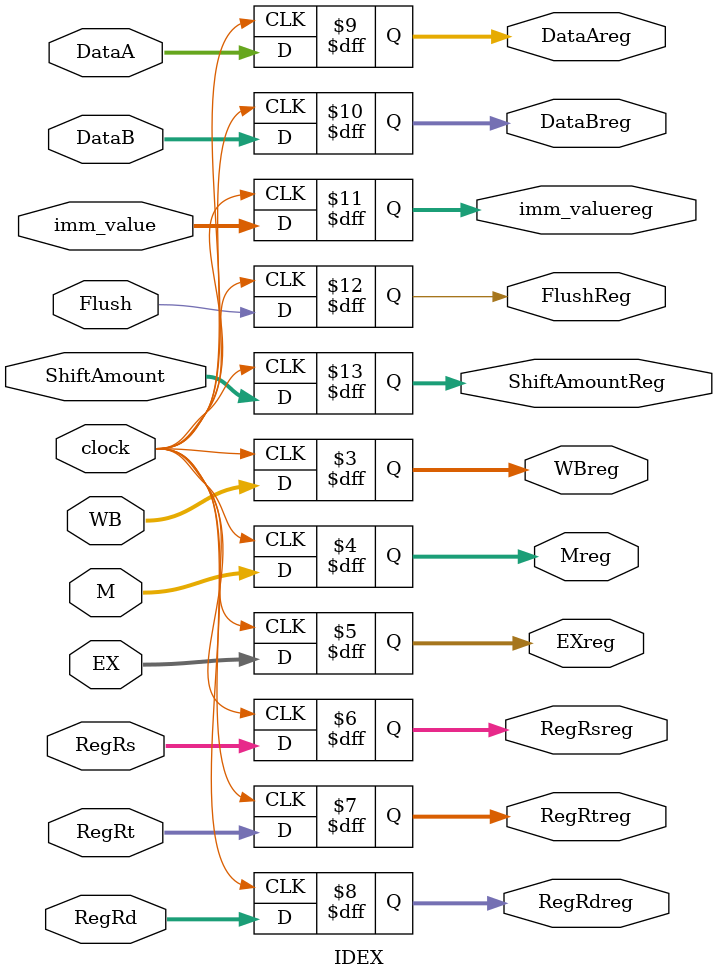
<source format=v>
module IDEX(clock,Flush,WB,M,EX,DataA,DataB,imm_value,RegRs,RegRt,RegRd,ShiftAmount,FlushReg,WBreg,Mreg,EXreg,DataAreg,DataBreg,imm_valuereg,RegRsreg,RegRtreg,RegRdreg,ShiftAmountReg); 
    input clock; 
    input Flush;
    input  [1:0] WB; 
    input [1:0] M; 
    input [4:0] EX; 
    input [4:0] RegRs,RegRt,RegRd; 
    input [31:0] DataA,DataB,imm_value; 
    input [4:0] ShiftAmount;
    output reg [1:0] WBreg; 
    output reg [1:0] Mreg; 
    output reg [4:0] EXreg; 
    output reg[4:0] RegRsreg,RegRtreg,RegRdreg; 
    output reg[31:0] DataAreg,DataBreg,imm_valuereg; 
    output reg FlushReg;
    output reg [4:0] ShiftAmountReg = 0;
    always@(posedge clock) 
    begin 
        FlushReg <= Flush;
        WBreg <= WB; 
        Mreg <= M; 
        EXreg <= EX; 
        DataAreg <= DataA; 
        DataBreg <= DataB; 
        imm_valuereg <= imm_value; 
        RegRsreg <= RegRs; 
        RegRtreg <= RegRt; 
        RegRdreg <= RegRd; 
        ShiftAmountReg <= ShiftAmount;
    end 
     
endmodule 
</source>
